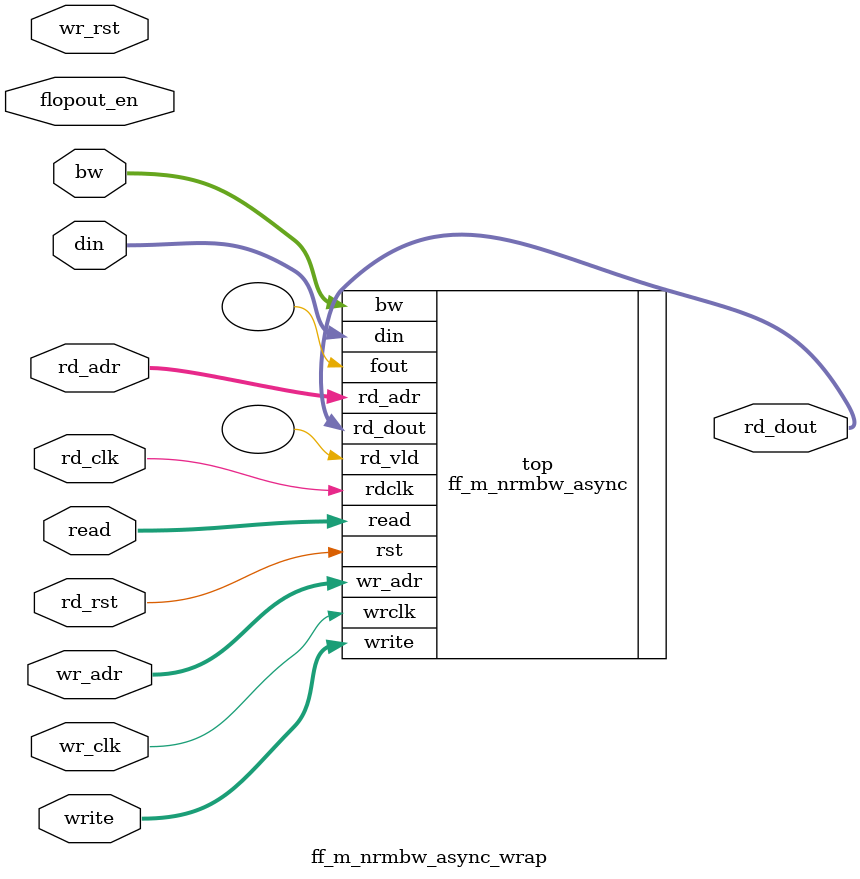
<source format=v>
module ff_m_nrmbw_async_wrap (wr_clk, rd_clk, wr_rst, rd_rst, read, write, rd_adr, wr_adr, din, bw, rd_dout,flopout_en);

  parameter WIDTH = 4;
  parameter NUMADDR = 32;
  parameter BITADDR = 5;
  parameter NUMRPRT = 2;
  parameter NUMWPRT = 2;
  
  localparam BITADR_S = BITADDR >= 3? BITADDR :3;
  
  input  [NUMRPRT-1:0]            read;
  input  [NUMWPRT-1:0]            write;
  input  [NUMWPRT*BITADDR-1:0]    wr_adr;
  input  [NUMRPRT*BITADDR-1:0]    rd_adr;
  input  [NUMWPRT*WIDTH-1:0]      din;
  input  [NUMWPRT*WIDTH-1:0]      bw;


  output [NUMRPRT*WIDTH-1:0]      rd_dout;
  input                           wr_clk,rd_clk, rd_rst, wr_rst, flopout_en;

  ff_m_nrmbw_async  #(
        .NUMWPRT(NUMWPRT),
        .NUMRPRT(NUMRPRT),
        .WIDTH(WIDTH),
        .NUMADDR(NUMADDR),
        .BITADDR(BITADR_S),
        .FLOPIN(0),
        .FLOPOUT(0),
        .FLOPMEM(0),
        .NUMPRTMUX(2),
        .RDDLY(0)
        )
    top (.rdclk(rd_clk), .wrclk(wr_clk), .rst(rd_rst), .read(read), .write(write), .rd_adr({{(BITADR_S-BITADDR){1'b0}},rd_adr}), .wr_adr({{(BITADR_S-BITADDR){1'b0}},wr_adr}), .din(din), .bw(bw), .rd_dout(rd_dout), .fout(), .rd_vld());

//synopsys translate_off
`ifndef FORMAL
   task ff_cell_ReadTask;
      input [BITADDR-1:0] addr;
      output [WIDTH-1:0] dout;
      begin
        top.ff_cell_ReadTask(addr,dout);
      end
   endtask

   task ff_cell_WriteTask;
     input [BITADDR-1:0] addr;
     input [WIDTH-1:0] din;
      begin
        top.ff_cell_WriteTask(addr,din);
      end
   endtask

   task ff_cell_ResetTask;
     begin
        top.ff_cell_ResetTask();
     end
   endtask // for
`endif
   //synopsys translate_on


/*
  parameter NUMPRTMUX = 2;
  parameter NUMPRTDEMUX = 2;
  parameter FFINSRTR = 32'b0000_0000;
  parameter FFINSRTW = 32'b1111_1111;
  parameter RDDLY = 2;
  parameter FLOPIN = 1;
  parameter FLOPOUT = 1;
  parameter FLOPMEM = 0;


  localparam DEPTH = 2 ** BITADDR;
  localparam MUXLEVEL = $clog2(DEPTH)/$clog2(NUMPRTMUX) ;
  localparam DEMUXLEVEL =  $clog2(DEPTH)/$clog2(NUMPRTDEMUX);
  localparam ARRAYMAXDEPTH = DEPTH/NUMPRTMUX;
  localparam BITNUMPRTMUX = $clog2(NUMPRTMUX);
*/




endmodule

</source>
